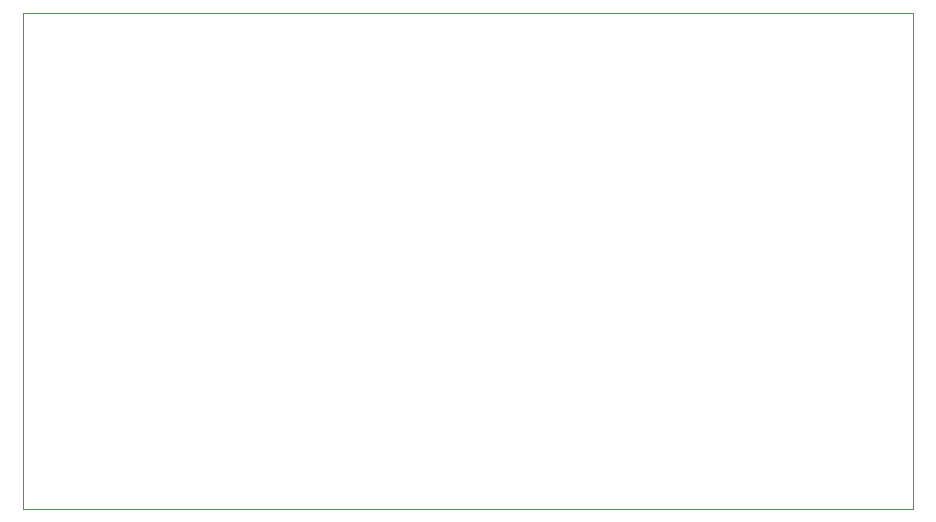
<source format=gbr>
%TF.GenerationSoftware,KiCad,Pcbnew,(7.0.0)*%
%TF.CreationDate,2023-03-04T23:05:34-05:00*%
%TF.ProjectId,electrium-esc-v2,656c6563-7472-4697-956d-2d6573632d76,rev?*%
%TF.SameCoordinates,Original*%
%TF.FileFunction,Profile,NP*%
%FSLAX46Y46*%
G04 Gerber Fmt 4.6, Leading zero omitted, Abs format (unit mm)*
G04 Created by KiCad (PCBNEW (7.0.0)) date 2023-03-04 23:05:34*
%MOMM*%
%LPD*%
G01*
G04 APERTURE LIST*
%TA.AperFunction,Profile*%
%ADD10C,0.100000*%
%TD*%
G04 APERTURE END LIST*
D10*
X175000000Y-75200000D02*
X250400000Y-75200000D01*
X250400000Y-75200000D02*
X250400000Y-117200000D01*
X250400000Y-117200000D02*
X175000000Y-117200000D01*
X175000000Y-117200000D02*
X175000000Y-75200000D01*
M02*

</source>
